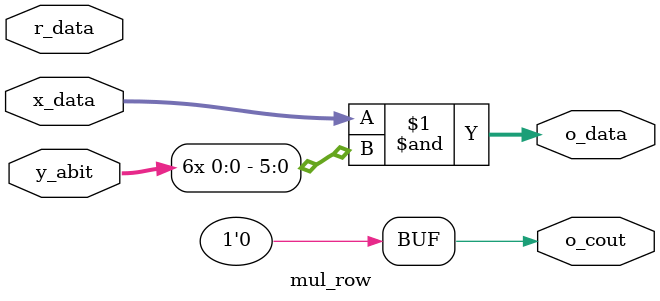
<source format=v>
module mul_row#(
    parameter x_width  = 6, 
    parameter row_now  = 0 
)(
    input  [x_width-1:0]  x_data, //data of this row 
    input  [x_width-1:0]  r_data, //data of the row above
    input                 y_abit, 
    output [x_width-1:0]  o_data,
    output                o_cout
);



genvar i;
generate
    if(row_now == 0)begin:gen_first_row
        //----------------------------------------------------------
        // first row's ppgen
        //-----------------------------------------------------------
        assign o_data = x_data & {x_width{y_abit}};               
        assign o_cout = 1'b0;
        //----------------------------------------------------------
        // first row's adder
        //-----------------------------------------------------------
        // no adder in the first row, so no need to do anything
    end 
    
    else if(row_now==x_width-1)begin:gen_last_row
        //----------------------------------------------------------
        // last  row's ppgen
        //-----------------------------------------------------------
        wire [x_width-1:0] a_data=x_data & {x_width{y_abit}};     
        wire [x_width-1:0] b_data=r_data;
        wire [x_width-1:0] c_data;
        assign o_cout = c_data[x_width-1];
        //----------------------------------------------------------
        // last  row's adder
        //-----------------------------------------------------------
        for(i=0;i<x_width;i=i+1)begin:gen_last_row_adder          
            if(i==0)begin:gen_last_row_adder0_HA

                half_adder u_half_adder(
                    .a    	(a_data[i]     ),
                    .b    	(b_data[i]     ),
                    .sum  	(o_data[i]     ),
                    .cout 	(c_data[i]     )
                );
                
            end 
            else begin:gen_last_row_adderx_FA

                
                full_adder u_full_adder(
                    .a    	(a_data[i]     ),
                    .b    	(b_data[i]     ),
                    .cin  	(c_data[i-1]   ),
                    .sum  	(o_data[i]     ),
                    .cout 	(c_data[i]     )
                );
                
            end
        end
    end

    else begin:gen_mid_row
    //----------------------------------------------------------
    // mid   row's ppgen
    //-----------------------------------------------------------
        wire [x_width-1:0] a_data=x_data & {x_width{y_abit}};     
        wire [x_width-1:0] b_data=r_data;
        wire [x_width-1:0] c_data;
        assign o_cout = c_data[x_width-1];
    //----------------------------------------------------------
    // mid   row's adder
    //-----------------------------------------------------------
        for(i=0;i<x_width;i=i+1)begin:gen_last_row_adder          
            if(i==0)begin:gen_last_row_adder0_HA

                half_adder u_half_adder(
                    .a    	(a_data[i]     ),
                    .b    	(b_data[i]     ),
                    .sum  	(o_data[i]     ),
                    .cout 	(c_data[i]     )
                );
                
            end 
            else if(i==x_width-1)begin:gen_last_row_adderl_HA

                half_adder u_full_adder(
                    .a    	(a_data[i]     ),
                    .b    	(b_data[i]     ),
                    .sum  	(o_data[i]     ),
                    .cout 	(c_data[i]     )
                );
                
            end
            else begin:gen_last_row_adderx_FA

                
                full_adder u_full_adder(
                    .a    	(a_data[i]     ),
                    .b    	(b_data[i]     ),
                    .cin  	(c_data[i-1]   ),
                    .sum  	(o_data[i]     ),
                    .cout 	(c_data[i]     )
                );
                
            end
        end
    end
endgenerate
endmodule
</source>
